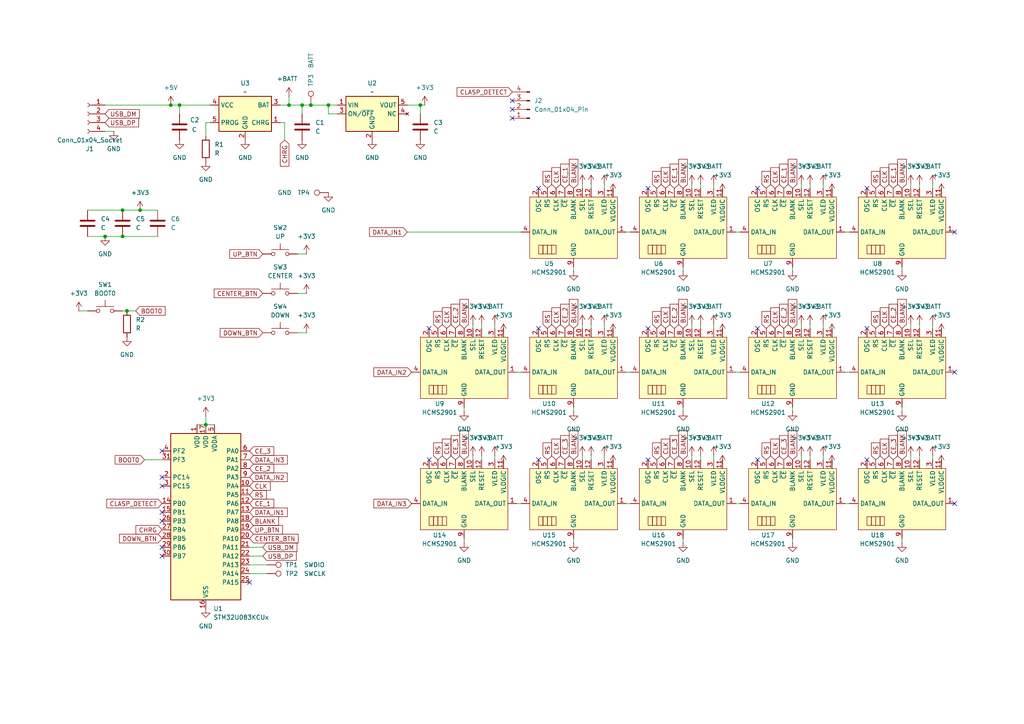
<source format=kicad_sch>
(kicad_sch (version 20231120) (generator "eeschema") (generator_version "8.0")
  (paper "A4")
  (junction (at 36.83 90.17))
  (junction (at 49.53 30.48))
  (junction (at 35.56 60.96))
  (junction (at 95.25 30.48))
  (junction (at 121.92 30.48))
  (junction (at 30.48 68.58))
  (junction (at 40.64 60.96))
  (junction (at 52.07 30.48))
  (junction (at 59.69 123.19))
  (junction (at 35.56 68.58))
  (junction (at 90.17 30.48))
  (junction (at 83.82 30.48))
  (junction (at 87.63 30.48))
  (no_connect (at 276.86 146.05))
  (no_connect (at 148.59 31.75))
  (no_connect (at 156.21 54.61))
  (no_connect (at 276.86 67.31))
  (no_connect (at 187.96 54.61))
  (no_connect (at 219.71 95.25))
  (no_connect (at 46.99 151.13))
  (no_connect (at 46.99 140.97))
  (no_connect (at 251.46 133.35))
  (no_connect (at 156.21 95.25))
  (no_connect (at 46.99 130.81))
  (no_connect (at 148.59 34.29))
  (no_connect (at 276.86 107.95))
  (no_connect (at 46.99 148.59))
  (no_connect (at 251.46 95.25))
  (no_connect (at 124.46 133.35))
  (no_connect (at 187.96 95.25))
  (no_connect (at 148.59 29.21))
  (no_connect (at 219.71 133.35))
  (no_connect (at 251.46 54.61))
  (no_connect (at 219.71 54.61))
  (no_connect (at 46.99 138.43))
  (no_connect (at 124.46 95.25))
  (no_connect (at 46.99 158.75))
  (no_connect (at 46.99 161.29))
  (no_connect (at 187.96 133.35))
  (no_connect (at 72.39 168.91))
  (no_connect (at 156.21 133.35))
  (wire (pts (xy 181.61 107.95) (xy 182.88 107.95)))
  (wire (pts (xy 229.87 78.74) (xy 229.87 77.47)))
  (wire (pts (xy 232.41 132.08) (xy 232.41 133.35)))
  (wire (pts (xy 40.64 60.96) (xy 45.72 60.96)))
  (wire (pts (xy 123.19 30.48) (xy 121.92 30.48)))
  (wire (pts (xy 87.63 33.02) (xy 87.63 30.48)))
  (wire (pts (xy 88.9 96.52) (xy 86.36 96.52)))
  (wire (pts (xy 82.55 35.56) (xy 82.55 40.64)))
  (wire (pts (xy 72.39 163.83) (xy 77.47 163.83)))
  (wire (pts (xy 245.11 107.95) (xy 246.38 107.95)))
  (wire (pts (xy 59.69 120.65) (xy 59.69 123.19)))
  (wire (pts (xy 171.45 93.98) (xy 171.45 95.25)))
  (wire (pts (xy 264.16 93.98) (xy 264.16 95.25)))
  (wire (pts (xy 25.4 60.96) (xy 35.56 60.96)))
  (wire (pts (xy 143.51 93.98) (xy 143.51 95.25)))
  (wire (pts (xy 270.51 132.08) (xy 270.51 133.35)))
  (wire (pts (xy 30.48 30.48) (xy 49.53 30.48)))
  (wire (pts (xy 238.76 93.98) (xy 238.76 95.25)))
  (wire (pts (xy 166.37 78.74) (xy 166.37 77.47)))
  (wire (pts (xy 232.41 93.98) (xy 232.41 95.25)))
  (wire (pts (xy 168.91 93.98) (xy 168.91 95.25)))
  (wire (pts (xy 88.9 85.09) (xy 86.36 85.09)))
  (wire (pts (xy 175.26 132.08) (xy 175.26 133.35)))
  (wire (pts (xy 88.9 73.66) (xy 86.36 73.66)))
  (wire (pts (xy 146.05 96.52) (xy 146.05 95.25)))
  (wire (pts (xy 146.05 134.62) (xy 146.05 133.35)))
  (wire (pts (xy 72.39 166.37) (xy 77.47 166.37)))
  (wire (pts (xy 36.83 90.17) (xy 35.56 90.17)))
  (wire (pts (xy 232.41 53.34) (xy 232.41 54.61)))
  (wire (pts (xy 177.8 134.62) (xy 177.8 133.35)))
  (wire (pts (xy 52.07 30.48) (xy 52.07 33.02)))
  (wire (pts (xy 200.66 93.98) (xy 200.66 95.25)))
  (wire (pts (xy 95.25 30.48) (xy 97.79 30.48)))
  (wire (pts (xy 234.95 132.08) (xy 234.95 133.35)))
  (wire (pts (xy 266.7 93.98) (xy 266.7 95.25)))
  (wire (pts (xy 76.2 158.75) (xy 72.39 158.75)))
  (wire (pts (xy 59.69 35.56) (xy 59.69 39.37)))
  (wire (pts (xy 52.07 30.48) (xy 60.96 30.48)))
  (wire (pts (xy 261.62 78.74) (xy 261.62 77.47)))
  (wire (pts (xy 166.37 119.38) (xy 166.37 118.11)))
  (wire (pts (xy 181.61 146.05) (xy 182.88 146.05)))
  (wire (pts (xy 264.16 132.08) (xy 264.16 133.35)))
  (wire (pts (xy 273.05 134.62) (xy 273.05 133.35)))
  (wire (pts (xy 87.63 30.48) (xy 90.17 30.48)))
  (wire (pts (xy 198.12 119.38) (xy 198.12 118.11)))
  (wire (pts (xy 200.66 132.08) (xy 200.66 133.35)))
  (wire (pts (xy 234.95 93.98) (xy 234.95 95.25)))
  (wire (pts (xy 39.37 90.17) (xy 36.83 90.17)))
  (wire (pts (xy 207.01 53.34) (xy 207.01 54.61)))
  (wire (pts (xy 245.11 146.05) (xy 246.38 146.05)))
  (wire (pts (xy 241.3 55.88) (xy 241.3 54.61)))
  (wire (pts (xy 266.7 53.34) (xy 266.7 54.61)))
  (wire (pts (xy 207.01 93.98) (xy 207.01 95.25)))
  (wire (pts (xy 35.56 68.58) (xy 45.72 68.58)))
  (wire (pts (xy 81.28 35.56) (xy 82.55 35.56)))
  (wire (pts (xy 30.48 68.58) (xy 35.56 68.58)))
  (wire (pts (xy 168.91 132.08) (xy 168.91 133.35)))
  (wire (pts (xy 209.55 96.52) (xy 209.55 95.25)))
  (wire (pts (xy 149.86 107.95) (xy 151.13 107.95)))
  (wire (pts (xy 83.82 30.48) (xy 87.63 30.48)))
  (wire (pts (xy 270.51 53.34) (xy 270.51 54.61)))
  (wire (pts (xy 59.69 123.19) (xy 62.23 123.19)))
  (wire (pts (xy 234.95 53.34) (xy 234.95 54.61)))
  (wire (pts (xy 213.36 67.31) (xy 214.63 67.31)))
  (wire (pts (xy 238.76 132.08) (xy 238.76 133.35)))
  (wire (pts (xy 207.01 132.08) (xy 207.01 133.35)))
  (wire (pts (xy 171.45 132.08) (xy 171.45 133.35)))
  (wire (pts (xy 181.61 67.31) (xy 182.88 67.31)))
  (wire (pts (xy 25.4 68.58) (xy 30.48 68.58)))
  (wire (pts (xy 241.3 96.52) (xy 241.3 95.25)))
  (wire (pts (xy 143.51 132.08) (xy 143.51 133.35)))
  (wire (pts (xy 203.2 132.08) (xy 203.2 133.35)))
  (wire (pts (xy 41.91 133.35) (xy 46.99 133.35)))
  (wire (pts (xy 245.11 67.31) (xy 246.38 67.31)))
  (wire (pts (xy 83.82 27.94) (xy 83.82 30.48)))
  (wire (pts (xy 270.51 93.98) (xy 270.51 95.25)))
  (wire (pts (xy 229.87 119.38) (xy 229.87 118.11)))
  (wire (pts (xy 266.7 132.08) (xy 266.7 133.35)))
  (wire (pts (xy 118.11 67.31) (xy 151.13 67.31)))
  (wire (pts (xy 200.66 53.34) (xy 200.66 54.61)))
  (wire (pts (xy 261.62 157.48) (xy 261.62 156.21)))
  (wire (pts (xy 203.2 93.98) (xy 203.2 95.25)))
  (wire (pts (xy 261.62 119.38) (xy 261.62 118.11)))
  (wire (pts (xy 241.3 134.62) (xy 241.3 133.35)))
  (wire (pts (xy 213.36 146.05) (xy 214.63 146.05)))
  (wire (pts (xy 229.87 157.48) (xy 229.87 156.21)))
  (wire (pts (xy 139.7 132.08) (xy 139.7 133.35)))
  (wire (pts (xy 22.86 90.17) (xy 25.4 90.17)))
  (wire (pts (xy 175.26 53.34) (xy 175.26 54.61)))
  (wire (pts (xy 72.39 161.29) (xy 76.2 161.29)))
  (wire (pts (xy 121.92 30.48) (xy 121.92 33.02)))
  (wire (pts (xy 35.56 60.96) (xy 40.64 60.96)))
  (wire (pts (xy 273.05 96.52) (xy 273.05 95.25)))
  (wire (pts (xy 177.8 96.52) (xy 177.8 95.25)))
  (wire (pts (xy 139.7 93.98) (xy 139.7 95.25)))
  (wire (pts (xy 134.62 157.48) (xy 134.62 156.21)))
  (wire (pts (xy 166.37 157.48) (xy 166.37 156.21)))
  (wire (pts (xy 203.2 53.34) (xy 203.2 54.61)))
  (wire (pts (xy 57.15 123.19) (xy 59.69 123.19)))
  (wire (pts (xy 177.8 55.88) (xy 177.8 54.61)))
  (wire (pts (xy 238.76 53.34) (xy 238.76 54.61)))
  (wire (pts (xy 95.25 33.02) (xy 95.25 30.48)))
  (wire (pts (xy 121.92 30.48) (xy 118.11 30.48)))
  (wire (pts (xy 209.55 134.62) (xy 209.55 133.35)))
  (wire (pts (xy 168.91 53.34) (xy 168.91 54.61)))
  (wire (pts (xy 60.96 35.56) (xy 59.69 35.56)))
  (wire (pts (xy 49.53 30.48) (xy 52.07 30.48)))
  (wire (pts (xy 171.45 53.34) (xy 171.45 54.61)))
  (wire (pts (xy 137.16 93.98) (xy 137.16 95.25)))
  (wire (pts (xy 273.05 55.88) (xy 273.05 54.61)))
  (wire (pts (xy 209.55 55.88) (xy 209.55 54.61)))
  (wire (pts (xy 134.62 119.38) (xy 134.62 118.11)))
  (wire (pts (xy 213.36 107.95) (xy 214.63 107.95)))
  (wire (pts (xy 175.26 93.98) (xy 175.26 95.25)))
  (wire (pts (xy 264.16 53.34) (xy 264.16 54.61)))
  (wire (pts (xy 198.12 157.48) (xy 198.12 156.21)))
  (wire (pts (xy 81.28 30.48) (xy 83.82 30.48)))
  (wire (pts (xy 137.16 132.08) (xy 137.16 133.35)))
  (wire (pts (xy 149.86 146.05) (xy 151.13 146.05)))
  (wire (pts (xy 90.17 30.48) (xy 95.25 30.48)))
  (wire (pts (xy 198.12 78.74) (xy 198.12 77.47)))
  (wire (pts (xy 30.48 38.1) (xy 33.02 38.1)))
  (wire (pts (xy 97.79 33.02) (xy 95.25 33.02)))
  (global_label "BLANK" (shape input) (at 72.39 151.13 0) (property "Intersheetrefs" "${INTERSHEET_REFS}" (effects (hide yes))))
  (global_label "BOOT0" (shape input) (at 41.91 133.35 180) (property "Intersheetrefs" "${INTERSHEET_REFS}" (effects (hide yes))))
  (global_label "CLK" (shape input) (at 224.79 133.35 90) (property "Intersheetrefs" "${INTERSHEET_REFS}" (effects (hide yes))))
  (global_label "CHRG" (shape input) (at 82.55 40.64 270) (property "Intersheetrefs" "${INTERSHEET_REFS}" (effects (hide yes))))
  (global_label "CE_1" (shape input) (at 227.33 54.61 90) (property "Intersheetrefs" "${INTERSHEET_REFS}" (effects (hide yes))))
  (global_label "RS" (shape input) (at 158.75 54.61 90) (property "Intersheetrefs" "${INTERSHEET_REFS}" (effects (hide yes))))
  (global_label "CE_3" (shape input) (at 195.58 133.35 90) (property "Intersheetrefs" "${INTERSHEET_REFS}" (effects (hide yes))))
  (global_label "CLK" (shape input) (at 256.54 54.61 90) (property "Intersheetrefs" "${INTERSHEET_REFS}" (effects (hide yes))))
  (global_label "BLANK" (shape input) (at 261.62 54.61 90) (property "Intersheetrefs" "${INTERSHEET_REFS}" (effects (hide yes))))
  (global_label "CLK" (shape input) (at 256.54 133.35 90) (property "Intersheetrefs" "${INTERSHEET_REFS}" (effects (hide yes))))
  (global_label "CLK" (shape input) (at 224.79 95.25 90) (property "Intersheetrefs" "${INTERSHEET_REFS}" (effects (hide yes))))
  (global_label "CE_3" (shape input) (at 72.39 130.81 0) (property "Intersheetrefs" "${INTERSHEET_REFS}" (effects (hide yes))))
  (global_label "BLANK" (shape input) (at 134.62 133.35 90) (property "Intersheetrefs" "${INTERSHEET_REFS}" (effects (hide yes))))
  (global_label "RS" (shape input) (at 254 54.61 90) (property "Intersheetrefs" "${INTERSHEET_REFS}" (effects (hide yes))))
  (global_label "CLK" (shape input) (at 193.04 133.35 90) (property "Intersheetrefs" "${INTERSHEET_REFS}" (effects (hide yes))))
  (global_label "BLANK" (shape input) (at 166.37 54.61 90) (property "Intersheetrefs" "${INTERSHEET_REFS}" (effects (hide yes))))
  (global_label "CLK" (shape input) (at 161.29 54.61 90) (property "Intersheetrefs" "${INTERSHEET_REFS}" (effects (hide yes))))
  (global_label "CE_3" (shape input) (at 227.33 133.35 90) (property "Intersheetrefs" "${INTERSHEET_REFS}" (effects (hide yes))))
  (global_label "CE_2" (shape input) (at 259.08 95.25 90) (property "Intersheetrefs" "${INTERSHEET_REFS}" (effects (hide yes))))
  (global_label "CLK" (shape input) (at 193.04 54.61 90) (property "Intersheetrefs" "${INTERSHEET_REFS}" (effects (hide yes))))
  (global_label "USB_DM" (shape input) (at 30.48 33.02 0) (property "Intersheetrefs" "${INTERSHEET_REFS}" (effects (hide yes))))
  (global_label "BLANK" (shape input) (at 229.87 54.61 90) (property "Intersheetrefs" "${INTERSHEET_REFS}" (effects (hide yes))))
  (global_label "BLANK" (shape input) (at 198.12 133.35 90) (property "Intersheetrefs" "${INTERSHEET_REFS}" (effects (hide yes))))
  (global_label "RS" (shape input) (at 72.39 143.51 0) (property "Intersheetrefs" "${INTERSHEET_REFS}" (effects (hide yes))))
  (global_label "DATA_IN1" (shape input) (at 118.11 67.31 180) (property "Intersheetrefs" "${INTERSHEET_REFS}" (effects (hide yes))))
  (global_label "DATA_IN2" (shape input) (at 119.38 107.95 180) (property "Intersheetrefs" "${INTERSHEET_REFS}" (effects (hide yes))))
  (global_label "DATA_IN3" (shape input) (at 72.39 133.35 0) (property "Intersheetrefs" "${INTERSHEET_REFS}" (effects (hide yes))))
  (global_label "CLK" (shape input) (at 161.29 133.35 90) (property "Intersheetrefs" "${INTERSHEET_REFS}" (effects (hide yes))))
  (global_label "BLANK" (shape input) (at 134.62 95.25 90) (property "Intersheetrefs" "${INTERSHEET_REFS}" (effects (hide yes))))
  (global_label "BLANK" (shape input) (at 198.12 54.61 90) (property "Intersheetrefs" "${INTERSHEET_REFS}" (effects (hide yes))))
  (global_label "DATA_IN3" (shape input) (at 119.38 146.05 180) (property "Intersheetrefs" "${INTERSHEET_REFS}" (effects (hide yes))))
  (global_label "BLANK" (shape input) (at 166.37 95.25 90) (property "Intersheetrefs" "${INTERSHEET_REFS}" (effects (hide yes))))
  (global_label "CHRG" (shape input) (at 46.99 153.67 180) (property "Intersheetrefs" "${INTERSHEET_REFS}" (effects (hide yes))))
  (global_label "CLK" (shape input) (at 256.54 95.25 90) (property "Intersheetrefs" "${INTERSHEET_REFS}" (effects (hide yes))))
  (global_label "CE_1" (shape input) (at 195.58 54.61 90) (property "Intersheetrefs" "${INTERSHEET_REFS}" (effects (hide yes))))
  (global_label "UP_BTN" (shape input) (at 76.2 73.66 180) (property "Intersheetrefs" "${INTERSHEET_REFS}" (effects (hide yes))))
  (global_label "UP_BTN" (shape input) (at 72.39 153.67 0) (property "Intersheetrefs" "${INTERSHEET_REFS}" (effects (hide yes))))
  (global_label "USB_DP" (shape input) (at 30.48 35.56 0) (property "Intersheetrefs" "${INTERSHEET_REFS}" (effects (hide yes))))
  (global_label "CE_1" (shape input) (at 72.39 146.05 0) (property "Intersheetrefs" "${INTERSHEET_REFS}" (effects (hide yes))))
  (global_label "RS" (shape input) (at 222.25 54.61 90) (property "Intersheetrefs" "${INTERSHEET_REFS}" (effects (hide yes))))
  (global_label "RS" (shape input) (at 190.5 54.61 90) (property "Intersheetrefs" "${INTERSHEET_REFS}" (effects (hide yes))))
  (global_label "RS" (shape input) (at 254 95.25 90) (property "Intersheetrefs" "${INTERSHEET_REFS}" (effects (hide yes))))
  (global_label "CE_2" (shape input) (at 195.58 95.25 90) (property "Intersheetrefs" "${INTERSHEET_REFS}" (effects (hide yes))))
  (global_label "BLANK" (shape input) (at 229.87 133.35 90) (property "Intersheetrefs" "${INTERSHEET_REFS}" (effects (hide yes))))
  (global_label "CLK" (shape input) (at 224.79 54.61 90) (property "Intersheetrefs" "${INTERSHEET_REFS}" (effects (hide yes))))
  (global_label "RS" (shape input) (at 127 95.25 90) (property "Intersheetrefs" "${INTERSHEET_REFS}" (effects (hide yes))))
  (global_label "CLK" (shape input) (at 161.29 95.25 90) (property "Intersheetrefs" "${INTERSHEET_REFS}" (effects (hide yes))))
  (global_label "CE_1" (shape input) (at 259.08 54.61 90) (property "Intersheetrefs" "${INTERSHEET_REFS}" (effects (hide yes))))
  (global_label "DATA_IN2" (shape input) (at 72.39 138.43 0) (property "Intersheetrefs" "${INTERSHEET_REFS}" (effects (hide yes))))
  (global_label "CE_2" (shape input) (at 163.83 95.25 90) (property "Intersheetrefs" "${INTERSHEET_REFS}" (effects (hide yes))))
  (global_label "CLASP_DETECT" (shape input) (at 46.99 146.05 180) (property "Intersheetrefs" "${INTERSHEET_REFS}" (effects (hide yes))))
  (global_label "BLANK" (shape input) (at 198.12 95.25 90) (property "Intersheetrefs" "${INTERSHEET_REFS}" (effects (hide yes))))
  (global_label "RS" (shape input) (at 222.25 133.35 90) (property "Intersheetrefs" "${INTERSHEET_REFS}" (effects (hide yes))))
  (global_label "RS" (shape input) (at 190.5 133.35 90) (property "Intersheetrefs" "${INTERSHEET_REFS}" (effects (hide yes))))
  (global_label "CLK" (shape input) (at 129.54 95.25 90) (property "Intersheetrefs" "${INTERSHEET_REFS}" (effects (hide yes))))
  (global_label "BLANK" (shape input) (at 261.62 95.25 90) (property "Intersheetrefs" "${INTERSHEET_REFS}" (effects (hide yes))))
  (global_label "BLANK" (shape input) (at 166.37 133.35 90) (property "Intersheetrefs" "${INTERSHEET_REFS}" (effects (hide yes))))
  (global_label "RS" (shape input) (at 222.25 95.25 90) (property "Intersheetrefs" "${INTERSHEET_REFS}" (effects (hide yes))))
  (global_label "CE_1" (shape input) (at 163.83 54.61 90) (property "Intersheetrefs" "${INTERSHEET_REFS}" (effects (hide yes))))
  (global_label "USB_DP" (shape input) (at 76.2 161.29 0) (property "Intersheetrefs" "${INTERSHEET_REFS}" (effects (hide yes))))
  (global_label "USB_DM" (shape input) (at 76.2 158.75 0) (property "Intersheetrefs" "${INTERSHEET_REFS}" (effects (hide yes))))
  (global_label "CLK" (shape input) (at 129.54 133.35 90) (property "Intersheetrefs" "${INTERSHEET_REFS}" (effects (hide yes))))
  (global_label "BOOT0" (shape input) (at 39.37 90.17 0) (property "Intersheetrefs" "${INTERSHEET_REFS}" (effects (hide yes))))
  (global_label "RS" (shape input) (at 190.5 95.25 90) (property "Intersheetrefs" "${INTERSHEET_REFS}" (effects (hide yes))))
  (global_label "RS" (shape input) (at 254 133.35 90) (property "Intersheetrefs" "${INTERSHEET_REFS}" (effects (hide yes))))
  (global_label "CE_2" (shape input) (at 227.33 95.25 90) (property "Intersheetrefs" "${INTERSHEET_REFS}" (effects (hide yes))))
  (global_label "RS" (shape input) (at 158.75 133.35 90) (property "Intersheetrefs" "${INTERSHEET_REFS}" (effects (hide yes))))
  (global_label "BLANK" (shape input) (at 229.87 95.25 90) (property "Intersheetrefs" "${INTERSHEET_REFS}" (effects (hide yes))))
  (global_label "DOWN_BTN" (shape input) (at 46.99 156.21 180) (property "Intersheetrefs" "${INTERSHEET_REFS}" (effects (hide yes))))
  (global_label "CE_3" (shape input) (at 163.83 133.35 90) (property "Intersheetrefs" "${INTERSHEET_REFS}" (effects (hide yes))))
  (global_label "BLANK" (shape input) (at 261.62 133.35 90) (property "Intersheetrefs" "${INTERSHEET_REFS}" (effects (hide yes))))
  (global_label "CLK" (shape input) (at 193.04 95.25 90) (property "Intersheetrefs" "${INTERSHEET_REFS}" (effects (hide yes))))
  (global_label "CE_3" (shape input) (at 132.08 133.35 90) (property "Intersheetrefs" "${INTERSHEET_REFS}" (effects (hide yes))))
  (global_label "RS" (shape input) (at 127 133.35 90) (property "Intersheetrefs" "${INTERSHEET_REFS}" (effects (hide yes))))
  (global_label "DATA_IN1" (shape input) (at 72.39 148.59 0) (property "Intersheetrefs" "${INTERSHEET_REFS}" (effects (hide yes))))
  (global_label "CLK" (shape input) (at 72.39 140.97 0) (property "Intersheetrefs" "${INTERSHEET_REFS}" (effects (hide yes))))
  (global_label "CLASP_DETECT" (shape input) (at 148.59 26.67 180) (property "Intersheetrefs" "${INTERSHEET_REFS}" (effects (hide yes))))
  (global_label "CE_3" (shape input) (at 259.08 133.35 90) (property "Intersheetrefs" "${INTERSHEET_REFS}" (effects (hide yes))))
  (global_label "DOWN_BTN" (shape input) (at 76.2 96.52 180) (property "Intersheetrefs" "${INTERSHEET_REFS}" (effects (hide yes))))
  (global_label "RS" (shape input) (at 158.75 95.25 90) (property "Intersheetrefs" "${INTERSHEET_REFS}" (effects (hide yes))))
  (global_label "CENTER_BTN" (shape input) (at 72.39 156.21 0) (property "Intersheetrefs" "${INTERSHEET_REFS}" (effects (hide yes))))
  (global_label "CE_2" (shape input) (at 72.39 135.89 0) (property "Intersheetrefs" "${INTERSHEET_REFS}" (effects (hide yes))))
  (global_label "CE_2" (shape input) (at 132.08 95.25 90) (property "Intersheetrefs" "${INTERSHEET_REFS}" (effects (hide yes))))
  (global_label "CENTER_BTN" (shape input) (at 76.2 85.09 180) (property "Intersheetrefs" "${INTERSHEET_REFS}" (effects (hide yes))))
  (symbol (lib_id "power:GND") (at 229.87 78.74 0) (unit 1)
    (property "Reference" "#PWR032" (effects (hide yes)))
    (property "Value" "GND" (at 229.87 83.82 0))
    (property "Description" "Power symbol creates a global label with name \"GND\" , ground" (effects (hide yes)))
  )
  (symbol (lib_id "power:+3V3") (at 139.7 93.98 0) (unit 1)
    (property "Reference" "#PWR079" (effects (hide yes)))
    (property "Value" "+3V3" (at 139.7 88.9 0))
    (property "Description" "Power symbol creates a global label with name \"+3V3\"" (effects (hide yes)))
  )
  (symbol (lib_id "power:+3V3") (at 200.66 53.34 0) (unit 1)
    (property "Reference" "#PWR036" (effects (hide yes)))
    (property "Value" "+3V3" (at 200.66 48.26 0))
    (property "Description" "Power symbol creates a global label with name \"+3V3\"" (effects (hide yes)))
  )
  (symbol (lib_id "power:+3V3") (at 146.05 134.62 0) (unit 1)
    (property "Reference" "#PWR062" (effects (hide yes)))
    (property "Value" "+3V3" (at 146.05 129.54 0))
    (property "Description" "Power symbol creates a global label with name \"+3V3\"" (effects (hide yes)))
  )
  (symbol (lib_id "power:+3V3") (at 171.45 93.98 0) (unit 1)
    (property "Reference" "#PWR080" (effects (hide yes)))
    (property "Value" "+3V3" (at 171.45 88.9 0))
    (property "Description" "Power symbol creates a global label with name \"+3V3\"" (effects (hide yes)))
  )
  (symbol (lib_id "power:+3V3") (at 137.16 93.98 0) (unit 1)
    (property "Reference" "#PWR040" (effects (hide yes)))
    (property "Value" "+3V3" (at 137.16 88.9 0))
    (property "Description" "Power symbol creates a global label with name \"+3V3\"" (effects (hide yes)))
  )
  (symbol (lib_id "Connector:Conn_01x04_Socket") (at 25.4 33.02 0) (mirror y) (unit 1)
    (property "Reference" "J1" (at 26.035 43.18 0))
    (property "Value" "Conn_01x04_Socket" (at 26.035 40.64 0))
    (property "Footprint" "custom:SMD_2.54_1x04_LONG" (effects (hide yes)))
    (property "Description" "Generic connector, single row, 01x04, script generated" (effects (hide yes)))
  )
  (symbol (lib_id "power:GND") (at 261.62 78.74 0) (unit 1)
    (property "Reference" "#PWR033" (effects (hide yes)))
    (property "Value" "GND" (at 261.62 83.82 0))
    (property "Description" "Power symbol creates a global label with name \"GND\" , ground" (effects (hide yes)))
  )
  (symbol (lib_id "power:+3V3") (at 273.05 96.52 0) (unit 1)
    (property "Reference" "#PWR058" (effects (hide yes)))
    (property "Value" "+3V3" (at 273.05 91.44 0))
    (property "Description" "Power symbol creates a global label with name \"+3V3\"" (effects (hide yes)))
  )
  (symbol (lib_id "Switch:SW_Push") (at 30.48 90.17 0) (unit 1)
    (property "Reference" "SW1" (at 30.48 82.55 0))
    (property "Value" "BOOT0" (at 30.48 85.09 0))
    (property "Footprint" "custom:PTS636" (effects (hide yes)))
    (property "Description" "Push button switch, generic, two pins" (effects (hide yes)))
  )
  (symbol (lib_id "power:+3V3") (at 234.95 93.98 0) (unit 1)
    (property "Reference" "#PWR087" (effects (hide yes)))
    (property "Value" "+3V3" (at 234.95 88.9 0))
    (property "Description" "Power symbol creates a global label with name \"+3V3\"" (effects (hide yes)))
  )
  (symbol (lib_id "Switch:SW_Push") (at 81.28 96.52 0) (unit 1)
    (property "Reference" "SW4" (at 81.28 88.9 0))
    (property "Value" "DOWN" (at 81.28 91.44 0))
    (property "Footprint" "custom:PTS636" (effects (hide yes)))
    (property "Description" "Push button switch, generic, two pins" (effects (hide yes)))
  )
  (symbol (lib_id "power:+3V3") (at 139.7 132.08 0) (unit 1)
    (property "Reference" "#PWR089" (effects (hide yes)))
    (property "Value" "+3V3" (at 139.7 127 0))
    (property "Description" "Power symbol creates a global label with name \"+3V3\"" (effects (hide yes)))
  )
  (symbol (lib_id "power:+3V3") (at 266.7 132.08 0) (unit 1)
    (property "Reference" "#PWR093" (effects (hide yes)))
    (property "Value" "+3V3" (at 266.7 127 0))
    (property "Description" "Power symbol creates a global label with name \"+3V3\"" (effects (hide yes)))
  )
  (symbol (lib_id "custom:HCMS-2901") (at 248.92 153.67 0) (unit 1)
    (property "Reference" "U18" (at 254.508 155.194 0))
    (property "Value" "HCMS2901" (at 254.508 157.734 0))
    (property "Footprint" "custom:HCMS2901_SMD" (effects (hide yes)))
  )
  (symbol (lib_id "power:+BATT") (at 207.01 93.98 0) (unit 1)
    (property "Reference" "#PWR049" (effects (hide yes)))
    (property "Value" "+BATT" (at 206.502 88.9 0))
    (property "Description" "Power symbol creates a global label with name \"+BATT\"" (effects (hide yes)))
  )
  (symbol (lib_id "power:+BATT") (at 175.26 53.34 0) (unit 1)
    (property "Reference" "#PWR020" (effects (hide yes)))
    (property "Value" "+BATT" (at 174.752 48.26 0))
    (property "Description" "Power symbol creates a global label with name \"+BATT\"" (effects (hide yes)))
  )
  (symbol (lib_id "power:GND") (at 71.12 40.64 0) (unit 1)
    (property "Reference" "#PWR02" (effects (hide yes)))
    (property "Value" "GND" (at 71.12 45.72 0))
    (property "Description" "Power symbol creates a global label with name \"GND\" , ground" (effects (hide yes)))
  )
  (symbol (lib_id "power:+3V3") (at 177.8 96.52 0) (unit 1)
    (property "Reference" "#PWR046" (effects (hide yes)))
    (property "Value" "+3V3" (at 177.8 91.44 0))
    (property "Description" "Power symbol creates a global label with name \"+3V3\"" (effects (hide yes)))
  )
  (symbol (lib_id "power:+3V3") (at 146.05 96.52 0) (unit 1)
    (property "Reference" "#PWR042" (effects (hide yes)))
    (property "Value" "+3V3" (at 146.05 91.44 0))
    (property "Description" "Power symbol creates a global label with name \"+3V3\"" (effects (hide yes)))
  )
  (symbol (lib_id "custom:HCMS-2901") (at 248.92 74.93 0) (unit 1)
    (property "Reference" "U8" (at 254.508 76.454 0))
    (property "Value" "HCMS2901" (at 254.508 78.994 0))
    (property "Footprint" "custom:HCMS2901_SMD" (effects (hide yes)))
  )
  (symbol (lib_id "Device:R") (at 59.69 43.18 0) (unit 1)
    (property "Reference" "R1" (at 62.23 41.9099 0) (effects (justify left)))
    (property "Value" "R" (at 62.23 44.4499 0) (effects (justify left)))
    (property "Footprint" "Resistor_SMD:R_0402_1005Metric" (effects (hide yes)))
    (property "Description" "Resistor" (effects (hide yes)))
  )
  (symbol (lib_id "power:+3V3") (at 40.64 60.96 0) (unit 1)
    (property "Reference" "#PWR011" (effects (hide yes)))
    (property "Value" "+3V3" (at 40.64 55.88 0))
    (property "Description" "Power symbol creates a global label with name \"+3V3\"" (effects (hide yes)))
  )
  (symbol (lib_id "power:GND") (at 59.69 46.99 0) (unit 1)
    (property "Reference" "#PWR013" (effects (hide yes)))
    (property "Value" "GND" (at 59.69 52.07 0))
    (property "Description" "Power symbol creates a global label with name \"GND\" , ground" (effects (hide yes)))
  )
  (symbol (lib_id "power:+3V3") (at 266.7 93.98 0) (unit 1)
    (property "Reference" "#PWR086" (effects (hide yes)))
    (property "Value" "+3V3" (at 266.7 88.9 0))
    (property "Description" "Power symbol creates a global label with name \"+3V3\"" (effects (hide yes)))
  )
  (symbol (lib_id "power:+3V3") (at 264.16 132.08 0) (unit 1)
    (property "Reference" "#PWR076" (effects (hide yes)))
    (property "Value" "+3V3" (at 264.16 127 0))
    (property "Description" "Power symbol creates a global label with name \"+3V3\"" (effects (hide yes)))
  )
  (symbol (lib_id "Connector:TestPoint") (at 90.17 30.48 0) (unit 1)
    (property "Reference" "TP3" (at 90.1699 25.146 90) (effects (justify left)))
    (property "Value" "BATT" (at 90.17 19.812 90) (effects (justify left)))
    (property "Footprint" "TestPoint:TestPoint_Pad_D1.5mm" (effects (hide yes)))
    (property "Description" "test point" (effects (hide yes)))
  )
  (symbol (lib_id "power:+3V3") (at 264.16 53.34 0) (unit 1)
    (property "Reference" "#PWR038" (effects (hide yes)))
    (property "Value" "+3V3" (at 264.16 48.26 0))
    (property "Description" "Power symbol creates a global label with name \"+3V3\"" (effects (hide yes)))
  )
  (symbol (lib_id "power:+3V3") (at 264.16 93.98 0) (unit 1)
    (property "Reference" "#PWR056" (effects (hide yes)))
    (property "Value" "+3V3" (at 264.16 88.9 0))
    (property "Description" "Power symbol creates a global label with name \"+3V3\"" (effects (hide yes)))
  )
  (symbol (lib_id "power:+3V3") (at 88.9 85.09 0) (unit 1)
    (property "Reference" "#PWR017" (effects (hide yes)))
    (property "Value" "+3V3" (at 88.9 80.01 0))
    (property "Description" "Power symbol creates a global label with name \"+3V3\"" (effects (hide yes)))
  )
  (symbol (lib_id "power:+3V3") (at 203.2 132.08 0) (unit 1)
    (property "Reference" "#PWR091" (effects (hide yes)))
    (property "Value" "+3V3" (at 203.2 127 0))
    (property "Description" "Power symbol creates a global label with name \"+3V3\"" (effects (hide yes)))
  )
  (symbol (lib_id "power:+3V3") (at 232.41 93.98 0) (unit 1)
    (property "Reference" "#PWR052" (effects (hide yes)))
    (property "Value" "+3V3" (at 232.41 88.9 0))
    (property "Description" "Power symbol creates a global label with name \"+3V3\"" (effects (hide yes)))
  )
  (symbol (lib_id "power:+3V3") (at 168.91 53.34 0) (unit 1)
    (property "Reference" "#PWR035" (effects (hide yes)))
    (property "Value" "+3V3" (at 168.91 48.26 0))
    (property "Description" "Power symbol creates a global label with name \"+3V3\"" (effects (hide yes)))
  )
  (symbol (lib_id "power:GND") (at 166.37 119.38 0) (unit 1)
    (property "Reference" "#PWR043" (effects (hide yes)))
    (property "Value" "GND" (at 166.37 124.46 0))
    (property "Description" "Power symbol creates a global label with name \"GND\" , ground" (effects (hide yes)))
  )
  (symbol (lib_id "Device:C") (at 87.63 36.83 0) (unit 1)
    (property "Reference" "C1" (at 91.44 35.5599 0) (effects (justify left)))
    (property "Value" "C" (at 91.44 38.0999 0) (effects (justify left)))
    (property "Footprint" "Capacitor_SMD:C_0402_1005Metric" (effects (hide yes)))
    (property "Description" "Unpolarized capacitor" (effects (hide yes)))
  )
  (symbol (lib_id "power:+BATT") (at 175.26 93.98 0) (unit 1)
    (property "Reference" "#PWR045" (effects (hide yes)))
    (property "Value" "+BATT" (at 174.752 88.9 0))
    (property "Description" "Power symbol creates a global label with name \"+BATT\"" (effects (hide yes)))
  )
  (symbol (lib_id "custom:HCMS-2901") (at 153.67 153.67 0) (unit 1)
    (property "Reference" "U15" (at 159.258 155.194 0))
    (property "Value" "HCMS2901" (at 159.258 157.734 0))
    (property "Footprint" "custom:HCMS2901_SMD" (effects (hide yes)))
  )
  (symbol (lib_id "power:+BATT") (at 238.76 132.08 0) (unit 1)
    (property "Reference" "#PWR073" (effects (hide yes)))
    (property "Value" "+BATT" (at 238.252 127 0))
    (property "Description" "Power symbol creates a global label with name \"+BATT\"" (effects (hide yes)))
  )
  (symbol (lib_id "power:+3V3") (at 203.2 93.98 0) (unit 1)
    (property "Reference" "#PWR088" (effects (hide yes)))
    (property "Value" "+3V3" (at 203.2 88.9 0))
    (property "Description" "Power symbol creates a global label with name \"+3V3\"" (effects (hide yes)))
  )
  (symbol (lib_id "custom:LP2980-CONST") (at 107.95 33.02 0) (unit 1)
    (property "Reference" "U2" (at 107.95 24.13 0))
    (property "Value" "~" (at 107.95 26.67 0))
    (property "Footprint" "Package_TO_SOT_SMD:SOT-23-5" (effects (hide yes)))
  )
  (symbol (lib_id "custom:HCMS-2901") (at 217.17 74.93 0) (unit 1)
    (property "Reference" "U7" (at 222.758 76.454 0))
    (property "Value" "HCMS2901" (at 222.758 78.994 0))
    (property "Footprint" "custom:HCMS2901_SMD" (effects (hide yes)))
  )
  (symbol (lib_id "power:GND") (at 134.62 157.48 0) (unit 1)
    (property "Reference" "#PWR059" (effects (hide yes)))
    (property "Value" "GND" (at 134.62 162.56 0))
    (property "Description" "Power symbol creates a global label with name \"GND\" , ground" (effects (hide yes)))
  )
  (symbol (lib_id "power:+3V3") (at 209.55 55.88 0) (unit 1)
    (property "Reference" "#PWR026" (effects (hide yes)))
    (property "Value" "+3V3" (at 209.55 50.8 0))
    (property "Description" "Power symbol creates a global label with name \"+3V3\"" (effects (hide yes)))
  )
  (symbol (lib_id "power:+3V3") (at 22.86 90.17 0) (unit 1)
    (property "Reference" "#PWR015" (effects (hide yes)))
    (property "Value" "+3V3" (at 22.86 85.09 0))
    (property "Description" "Power symbol creates a global label with name \"+3V3\"" (effects (hide yes)))
  )
  (symbol (lib_id "power:+3V3") (at 241.3 55.88 0) (unit 1)
    (property "Reference" "#PWR027" (effects (hide yes)))
    (property "Value" "+3V3" (at 241.3 50.8 0))
    (property "Description" "Power symbol creates a global label with name \"+3V3\"" (effects (hide yes)))
  )
  (symbol (lib_id "power:+3V3") (at 177.8 55.88 0) (unit 1)
    (property "Reference" "#PWR025" (effects (hide yes)))
    (property "Value" "+3V3" (at 177.8 50.8 0))
    (property "Description" "Power symbol creates a global label with name \"+3V3\"" (effects (hide yes)))
  )
  (symbol (lib_id "Switch:SW_Push") (at 81.28 85.09 0) (unit 1)
    (property "Reference" "SW3" (at 81.28 77.47 0))
    (property "Value" "CENTER" (at 81.28 80.01 0))
    (property "Footprint" "custom:PTS636" (effects (hide yes)))
    (property "Description" "Push button switch, generic, two pins" (effects (hide yes)))
  )
  (symbol (lib_id "power:+3V3") (at 241.3 134.62 0) (unit 1)
    (property "Reference" "#PWR074" (effects (hide yes)))
    (property "Value" "+3V3" (at 241.3 129.54 0))
    (property "Description" "Power symbol creates a global label with name \"+3V3\"" (effects (hide yes)))
  )
  (symbol (lib_id "power:+3V3") (at 203.2 53.34 0) (unit 1)
    (property "Reference" "#PWR083" (effects (hide yes)))
    (property "Value" "+3V3" (at 203.2 48.26 0))
    (property "Description" "Power symbol creates a global label with name \"+3V3\"" (effects (hide yes)))
  )
  (symbol (lib_id "Connector:TestPoint") (at 77.47 163.83 270) (unit 1)
    (property "Reference" "TP1" (at 82.804 163.8299 90) (effects (justify left)))
    (property "Value" "SWDIO" (at 88.138 163.83 90) (effects (justify left)))
    (property "Footprint" "TestPoint:TestPoint_Pad_D1.5mm" (effects (hide yes)))
    (property "Description" "test point" (effects (hide yes)))
  )
  (symbol (lib_id "power:GND") (at 198.12 157.48 0) (unit 1)
    (property "Reference" "#PWR067" (effects (hide yes)))
    (property "Value" "GND" (at 198.12 162.56 0))
    (property "Description" "Power symbol creates a global label with name \"GND\" , ground" (effects (hide yes)))
  )
  (symbol (lib_id "power:+5V") (at 49.53 30.48 0) (unit 1)
    (property "Reference" "#PWR094" (effects (hide yes)))
    (property "Value" "+5V" (at 49.53 25.4 0))
    (property "Description" "Power symbol creates a global label with name \"+5V\"" (effects (hide yes)))
  )
  (symbol (lib_id "power:+3V3") (at 168.91 93.98 0) (unit 1)
    (property "Reference" "#PWR044" (effects (hide yes)))
    (property "Value" "+3V3" (at 168.91 88.9 0))
    (property "Description" "Power symbol creates a global label with name \"+3V3\"" (effects (hide yes)))
  )
  (symbol (lib_id "custom:HCMS-2901") (at 153.67 115.57 0) (unit 1)
    (property "Reference" "U10" (at 159.258 117.094 0))
    (property "Value" "HCMS2901" (at 159.258 119.634 0))
    (property "Footprint" "custom:HCMS2901_SMD" (effects (hide yes)))
  )
  (symbol (lib_id "Device:C") (at 35.56 64.77 0) (unit 1)
    (property "Reference" "C5" (at 39.37 63.4999 0) (effects (justify left)))
    (property "Value" "C" (at 39.37 66.0399 0) (effects (justify left)))
    (property "Footprint" "Capacitor_SMD:C_0402_1005Metric" (effects (hide yes)))
    (property "Description" "Unpolarized capacitor" (effects (hide yes)))
  )
  (symbol (lib_id "power:+3V3") (at 241.3 96.52 0) (unit 1)
    (property "Reference" "#PWR054" (effects (hide yes)))
    (property "Value" "+3V3" (at 241.3 91.44 0))
    (property "Description" "Power symbol creates a global label with name \"+3V3\"" (effects (hide yes)))
  )
  (symbol (lib_id "power:+BATT") (at 270.51 53.34 0) (unit 1)
    (property "Reference" "#PWR023" (effects (hide yes)))
    (property "Value" "+BATT" (at 270.002 48.26 0))
    (property "Description" "Power symbol creates a global label with name \"+BATT\"" (effects (hide yes)))
  )
  (symbol (lib_id "power:+BATT") (at 143.51 93.98 0) (unit 1)
    (property "Reference" "#PWR041" (effects (hide yes)))
    (property "Value" "+BATT" (at 143.002 88.9 0))
    (property "Description" "Power symbol creates a global label with name \"+BATT\"" (effects (hide yes)))
  )
  (symbol (lib_id "power:+BATT") (at 207.01 132.08 0) (unit 1)
    (property "Reference" "#PWR069" (effects (hide yes)))
    (property "Value" "+BATT" (at 206.502 127 0))
    (property "Description" "Power symbol creates a global label with name \"+BATT\"" (effects (hide yes)))
  )
  (symbol (lib_id "power:+3V3") (at 123.19 30.48 0) (unit 1)
    (property "Reference" "#PWR05" (effects (hide yes)))
    (property "Value" "+3V3" (at 123.19 25.4 0))
    (property "Description" "Power symbol creates a global label with name \"+3V3\"" (effects (hide yes)))
  )
  (symbol (lib_id "power:+3V3") (at 209.55 134.62 0) (unit 1)
    (property "Reference" "#PWR070" (effects (hide yes)))
    (property "Value" "+3V3" (at 209.55 129.54 0))
    (property "Description" "Power symbol creates a global label with name \"+3V3\"" (effects (hide yes)))
  )
  (symbol (lib_id "Connector:TestPoint") (at 77.47 166.37 270) (unit 1)
    (property "Reference" "TP2" (at 82.804 166.3699 90) (effects (justify left)))
    (property "Value" "SWCLK" (at 88.138 166.37 90) (effects (justify left)))
    (property "Footprint" "TestPoint:TestPoint_Pad_D1.5mm" (effects (hide yes)))
    (property "Description" "test point" (effects (hide yes)))
  )
  (symbol (lib_id "power:GND") (at 134.62 119.38 0) (unit 1)
    (property "Reference" "#PWR039" (effects (hide yes)))
    (property "Value" "GND" (at 134.62 124.46 0))
    (property "Description" "Power symbol creates a global label with name \"GND\" , ground" (effects (hide yes)))
  )
  (symbol (lib_id "Device:C") (at 25.4 64.77 0) (unit 1)
    (property "Reference" "C4" (at 29.21 63.4999 0) (effects (justify left)))
    (property "Value" "C" (at 29.21 66.0399 0) (effects (justify left)))
    (property "Footprint" "Capacitor_SMD:C_0402_1005Metric" (effects (hide yes)))
    (property "Description" "Unpolarized capacitor" (effects (hide yes)))
  )
  (symbol (lib_id "custom:HCMS-2901") (at 185.42 74.93 0) (unit 1)
    (property "Reference" "U6" (at 191.008 76.454 0))
    (property "Value" "HCMS2901" (at 191.008 78.994 0))
    (property "Footprint" "custom:HCMS2901_SMD" (effects (hide yes)))
  )
  (symbol (lib_id "custom:HCMS-2901") (at 185.42 115.57 0) (unit 1)
    (property "Reference" "U11" (at 191.008 117.094 0))
    (property "Value" "HCMS2901" (at 191.008 119.634 0))
    (property "Footprint" "custom:HCMS2901_SMD" (effects (hide yes)))
  )
  (symbol (lib_id "power:+3V3") (at 200.66 132.08 0) (unit 1)
    (property "Reference" "#PWR068" (effects (hide yes)))
    (property "Value" "+3V3" (at 200.66 127 0))
    (property "Description" "Power symbol creates a global label with name \"+3V3\"" (effects (hide yes)))
  )
  (symbol (lib_id "power:GND") (at 229.87 157.48 0) (unit 1)
    (property "Reference" "#PWR071" (effects (hide yes)))
    (property "Value" "GND" (at 229.87 162.56 0))
    (property "Description" "Power symbol creates a global label with name \"GND\" , ground" (effects (hide yes)))
  )
  (symbol (lib_id "power:+3V3") (at 273.05 55.88 0) (unit 1)
    (property "Reference" "#PWR028" (effects (hide yes)))
    (property "Value" "+3V3" (at 273.05 50.8 0))
    (property "Description" "Power symbol creates a global label with name \"+3V3\"" (effects (hide yes)))
  )
  (symbol (lib_id "Switch:SW_Push") (at 81.28 73.66 0) (unit 1)
    (property "Reference" "SW2" (at 81.28 66.04 0))
    (property "Value" "UP" (at 81.28 68.58 0))
    (property "Footprint" "custom:PTS636" (effects (hide yes)))
    (property "Description" "Push button switch, generic, two pins" (effects (hide yes)))
  )
  (symbol (lib_id "power:GND") (at 261.62 157.48 0) (unit 1)
    (property "Reference" "#PWR075" (effects (hide yes)))
    (property "Value" "GND" (at 261.62 162.56 0))
    (property "Description" "Power symbol creates a global label with name \"GND\" , ground" (effects (hide yes)))
  )
  (symbol (lib_id "power:+3V3") (at 177.8 134.62 0) (unit 1)
    (property "Reference" "#PWR066" (effects (hide yes)))
    (property "Value" "+3V3" (at 177.8 129.54 0))
    (property "Description" "Power symbol creates a global label with name \"+3V3\"" (effects (hide yes)))
  )
  (symbol (lib_id "power:+3V3") (at 266.7 53.34 0) (unit 1)
    (property "Reference" "#PWR085" (effects (hide yes)))
    (property "Value" "+3V3" (at 266.7 48.26 0))
    (property "Description" "Power symbol creates a global label with name \"+3V3\"" (effects (hide yes)))
  )
  (symbol (lib_id "power:+3V3") (at 88.9 96.52 0) (unit 1)
    (property "Reference" "#PWR018" (effects (hide yes)))
    (property "Value" "+3V3" (at 88.9 91.44 0))
    (property "Description" "Power symbol creates a global label with name \"+3V3\"" (effects (hide yes)))
  )
  (symbol (lib_id "power:GND") (at 107.95 40.64 0) (unit 1)
    (property "Reference" "#PWR03" (effects (hide yes)))
    (property "Value" "GND" (at 107.95 45.72 0))
    (property "Description" "Power symbol creates a global label with name \"GND\" , ground" (effects (hide yes)))
  )
  (symbol (lib_id "custom:STC4054") (at 71.12 33.02 0) (unit 1)
    (property "Reference" "U3" (at 71.12 24.13 0))
    (property "Value" "~" (at 71.12 26.67 0))
    (property "Footprint" "Package_TO_SOT_SMD:SOT-23-5" (effects (hide yes)))
  )
  (symbol (lib_id "power:+BATT") (at 143.51 132.08 0) (unit 1)
    (property "Reference" "#PWR061" (effects (hide yes)))
    (property "Value" "+BATT" (at 143.002 127 0))
    (property "Description" "Power symbol creates a global label with name \"+BATT\"" (effects (hide yes)))
  )
  (symbol (lib_id "power:+3V3") (at 234.95 53.34 0) (unit 1)
    (property "Reference" "#PWR084" (effects (hide yes)))
    (property "Value" "+3V3" (at 234.95 48.26 0))
    (property "Description" "Power symbol creates a global label with name \"+3V3\"" (effects (hide yes)))
  )
  (symbol (lib_id "power:GND") (at 121.92 40.64 0) (unit 1)
    (property "Reference" "#PWR09" (effects (hide yes)))
    (property "Value" "GND" (at 121.92 45.72 0))
    (property "Description" "Power symbol creates a global label with name \"GND\" , ground" (effects (hide yes)))
  )
  (symbol (lib_id "power:+3V3") (at 171.45 53.34 0) (unit 1)
    (property "Reference" "#PWR082" (effects (hide yes)))
    (property "Value" "+3V3" (at 171.45 48.26 0))
    (property "Description" "Power symbol creates a global label with name \"+3V3\"" (effects (hide yes)))
  )
  (symbol (lib_id "power:+BATT") (at 207.01 53.34 0) (unit 1)
    (property "Reference" "#PWR021" (effects (hide yes)))
    (property "Value" "+BATT" (at 206.502 48.26 0))
    (property "Description" "Power symbol creates a global label with name \"+BATT\"" (effects (hide yes)))
  )
  (symbol (lib_id "power:+3V3") (at 137.16 132.08 0) (unit 1)
    (property "Reference" "#PWR060" (effects (hide yes)))
    (property "Value" "+3V3" (at 137.16 127 0))
    (property "Description" "Power symbol creates a global label with name \"+3V3\"" (effects (hide yes)))
  )
  (symbol (lib_id "power:+3V3") (at 273.05 134.62 0) (unit 1)
    (property "Reference" "#PWR078" (effects (hide yes)))
    (property "Value" "+3V3" (at 273.05 129.54 0))
    (property "Description" "Power symbol creates a global label with name \"+3V3\"" (effects (hide yes)))
  )
  (symbol (lib_id "power:+3V3") (at 171.45 132.08 0) (unit 1)
    (property "Reference" "#PWR090" (effects (hide yes)))
    (property "Value" "+3V3" (at 171.45 127 0))
    (property "Description" "Power symbol creates a global label with name \"+3V3\"" (effects (hide yes)))
  )
  (symbol (lib_id "power:GND") (at 198.12 78.74 0) (unit 1)
    (property "Reference" "#PWR031" (effects (hide yes)))
    (property "Value" "GND" (at 198.12 83.82 0))
    (property "Description" "Power symbol creates a global label with name \"GND\" , ground" (effects (hide yes)))
  )
  (symbol (lib_id "custom:HCMS-2901") (at 121.92 153.67 0) (unit 1)
    (property "Reference" "U14" (at 127.508 155.194 0))
    (property "Value" "HCMS2901" (at 127.508 157.734 0))
    (property "Footprint" "custom:HCMS2901_SMD" (effects (hide yes)))
  )
  (symbol (lib_id "power:+BATT") (at 83.82 27.94 0) (unit 1)
    (property "Reference" "#PWR06" (effects (hide yes)))
    (property "Value" "+BATT" (at 83.312 22.86 0))
    (property "Description" "Power symbol creates a global label with name \"+BATT\"" (effects (hide yes)))
  )
  (symbol (lib_id "Connector:Conn_01x04_Pin") (at 153.67 31.75 180) (unit 1)
    (property "Reference" "J2" (at 154.94 29.2099 0) (effects (justify right)))
    (property "Value" "Conn_01x04_Pin" (at 154.94 31.7499 0) (effects (justify right)))
    (property "Footprint" "custom:SMD_2.54_1x04_SHORT" (effects (hide yes)))
    (property "Description" "Generic connector, single row, 01x04, script generated" (effects (hide yes)))
  )
  (symbol (lib_id "power:GND") (at 95.25 55.88 0) (unit 1)
    (property "Reference" "#PWR019" (effects (hide yes)))
    (property "Value" "GND" (at 95.25 60.96 0))
    (property "Description" "Power symbol creates a global label with name \"GND\" , ground" (effects (hide yes)))
  )
  (symbol (lib_id "power:GND") (at 198.12 119.38 0) (unit 1)
    (property "Reference" "#PWR047" (effects (hide yes)))
    (property "Value" "GND" (at 198.12 124.46 0))
    (property "Description" "Power symbol creates a global label with name \"GND\" , ground" (effects (hide yes)))
  )
  (symbol (lib_id "custom:HCMS-2901") (at 185.42 153.67 0) (unit 1)
    (property "Reference" "U16" (at 191.008 155.194 0))
    (property "Value" "HCMS2901" (at 191.008 157.734 0))
    (property "Footprint" "custom:HCMS2901_SMD" (effects (hide yes)))
  )
  (symbol (lib_id "Device:C") (at 121.92 36.83 0) (unit 1)
    (property "Reference" "C3" (at 125.73 35.5599 0) (effects (justify left)))
    (property "Value" "C" (at 125.73 38.0999 0) (effects (justify left)))
    (property "Footprint" "Capacitor_SMD:C_0402_1005Metric" (effects (hide yes)))
    (property "Description" "Unpolarized capacitor" (effects (hide yes)))
  )
  (symbol (lib_id "power:GND") (at 59.69 176.53 0) (unit 1)
    (property "Reference" "#PWR04" (effects (hide yes)))
    (property "Value" "GND" (at 59.69 181.61 0))
    (property "Description" "Power symbol creates a global label with name \"GND\" , ground" (effects (hide yes)))
  )
  (symbol (lib_id "Device:C") (at 52.07 36.83 0) (unit 1)
    (property "Reference" "C2" (at 55.118 34.798 0) (effects (justify left)))
    (property "Value" "C" (at 55.626 37.592 0) (effects (justify left)))
    (property "Footprint" "Capacitor_SMD:C_0402_1005Metric" (effects (hide yes)))
    (property "Description" "Unpolarized capacitor" (effects (hide yes)))
  )
  (symbol (lib_id "power:+3V3") (at 234.95 132.08 0) (unit 1)
    (property "Reference" "#PWR092" (effects (hide yes)))
    (property "Value" "+3V3" (at 234.95 127 0))
    (property "Description" "Power symbol creates a global label with name \"+3V3\"" (effects (hide yes)))
  )
  (symbol (lib_id "Connector:TestPoint") (at 95.25 55.88 90) (unit 1)
    (property "Reference" "TP4" (at 89.916 55.8801 90) (effects (justify left)))
    (property "Value" "GND" (at 84.582 55.88 90) (effects (justify left)))
    (property "Footprint" "TestPoint:TestPoint_Pad_D1.5mm" (effects (hide yes)))
    (property "Description" "test point" (effects (hide yes)))
  )
  (symbol (lib_id "power:+3V3") (at 232.41 132.08 0) (unit 1)
    (property "Reference" "#PWR072" (effects (hide yes)))
    (property "Value" "+3V3" (at 232.41 127 0))
    (property "Description" "Power symbol creates a global label with name \"+3V3\"" (effects (hide yes)))
  )
  (symbol (lib_id "power:+3V3") (at 232.41 53.34 0) (unit 1)
    (property "Reference" "#PWR037" (effects (hide yes)))
    (property "Value" "+3V3" (at 232.41 48.26 0))
    (property "Description" "Power symbol creates a global label with name \"+3V3\"" (effects (hide yes)))
  )
  (symbol (lib_id "power:+BATT") (at 175.26 132.08 0) (unit 1)
    (property "Reference" "#PWR065" (effects (hide yes)))
    (property "Value" "+BATT" (at 174.752 127 0))
    (property "Description" "Power symbol creates a global label with name \"+BATT\"" (effects (hide yes)))
  )
  (symbol (lib_id "custom:HCMS-2901") (at 217.17 153.67 0) (unit 1)
    (property "Reference" "U17" (at 222.758 155.194 0))
    (property "Value" "HCMS2901" (at 222.758 157.734 0))
    (property "Footprint" "custom:HCMS2901_SMD" (effects (hide yes)))
  )
  (symbol (lib_id "power:+BATT") (at 270.51 93.98 0) (unit 1)
    (property "Reference" "#PWR057" (effects (hide yes)))
    (property "Value" "+BATT" (at 270.002 88.9 0))
    (property "Description" "Power symbol creates a global label with name \"+BATT\"" (effects (hide yes)))
  )
  (symbol (lib_id "power:+3V3") (at 209.55 96.52 0) (unit 1)
    (property "Reference" "#PWR050" (effects (hide yes)))
    (property "Value" "+3V3" (at 209.55 91.44 0))
    (property "Description" "Power symbol creates a global label with name \"+3V3\"" (effects (hide yes)))
  )
  (symbol (lib_id "custom:HCMS-2901") (at 153.67 74.93 0) (unit 1)
    (property "Reference" "U5" (at 159.258 76.454 0))
    (property "Value" "HCMS2901" (at 159.258 78.994 0))
    (property "Footprint" "custom:HCMS2901_SMD" (effects (hide yes)))
  )
  (symbol (lib_id "power:GND") (at 52.07 40.64 0) (unit 1)
    (property "Reference" "#PWR07" (effects (hide yes)))
    (property "Value" "GND" (at 52.07 45.72 0))
    (property "Description" "Power symbol creates a global label with name \"GND\" , ground" (effects (hide yes)))
  )
  (symbol (lib_id "power:+BATT") (at 238.76 93.98 0) (unit 1)
    (property "Reference" "#PWR053" (effects (hide yes)))
    (property "Value" "+BATT" (at 238.252 88.9 0))
    (property "Description" "Power symbol creates a global label with name \"+BATT\"" (effects (hide yes)))
  )
  (symbol (lib_id "power:GND") (at 87.63 40.64 0) (unit 1)
    (property "Reference" "#PWR08" (effects (hide yes)))
    (property "Value" "GND" (at 87.63 45.72 0))
    (property "Description" "Power symbol creates a global label with name \"GND\" , ground" (effects (hide yes)))
  )
  (symbol (lib_id "custom:HCMS-2901") (at 121.92 115.57 0) (unit 1)
    (property "Reference" "U9" (at 127.508 117.094 0))
    (property "Value" "HCMS2901" (at 127.508 119.634 0))
    (property "Footprint" "custom:HCMS2901_SMD" (effects (hide yes)))
  )
  (symbol (lib_id "power:+BATT") (at 238.76 53.34 0) (unit 1)
    (property "Reference" "#PWR022" (effects (hide yes)))
    (property "Value" "+BATT" (at 238.252 48.26 0))
    (property "Description" "Power symbol creates a global label with name \"+BATT\"" (effects (hide yes)))
  )
  (symbol (lib_id "power:GND") (at 229.87 119.38 0) (unit 1)
    (property "Reference" "#PWR051" (effects (hide yes)))
    (property "Value" "GND" (at 229.87 124.46 0))
    (property "Description" "Power symbol creates a global label with name \"GND\" , ground" (effects (hide yes)))
  )
  (symbol (lib_id "power:+3V3") (at 59.69 120.65 0) (unit 1)
    (property "Reference" "#PWR010" (effects (hide yes)))
    (property "Value" "+3V3" (at 59.69 115.57 0))
    (property "Description" "Power symbol creates a global label with name \"+3V3\"" (effects (hide yes)))
  )
  (symbol (lib_id "power:GND") (at 261.62 119.38 0) (unit 1)
    (property "Reference" "#PWR055" (effects (hide yes)))
    (property "Value" "GND" (at 261.62 124.46 0))
    (property "Description" "Power symbol creates a global label with name \"GND\" , ground" (effects (hide yes)))
  )
  (symbol (lib_id "MCU_ST_STM32U0:STM32U083KCUx") (at 59.69 151.13 0) (unit 1)
    (property "Reference" "U1" (at 61.8841 176.53 0) (effects (justify left)))
    (property "Value" "STM32U083KCUx" (at 61.8841 179.07 0) (effects (justify left)))
    (property "Footprint" "Package_DFN_QFN:QFN-32-1EP_5x5mm_P0.5mm_EP3.45x3.45mm" (effects (hide yes)))
    (property "Datasheet" "https://www.st.com/resource/en/datasheet/stm32u083kc.pdf" (effects (hide yes)))
    (property "Description" "STMicroelectronics Arm Cortex-M0+ MCU, 256KB flash, 40KB RAM, 56 MHz, 27 GPIO, UFQFPN32" (effects (hide yes)))
  )
  (symbol (lib_id "custom:HCMS-2901") (at 217.17 115.57 0) (unit 1)
    (property "Reference" "U12" (at 222.758 117.094 0))
    (property "Value" "HCMS2901" (at 222.758 119.634 0))
    (property "Footprint" "custom:HCMS2901_SMD" (effects (hide yes)))
  )
  (symbol (lib_id "power:+3V3") (at 88.9 73.66 0) (unit 1)
    (property "Reference" "#PWR016" (effects (hide yes)))
    (property "Value" "+3V3" (at 88.9 68.58 0))
    (property "Description" "Power symbol creates a global label with name \"+3V3\"" (effects (hide yes)))
  )
  (symbol (lib_id "Device:R") (at 36.83 93.98 0) (unit 1)
    (property "Reference" "R2" (at 39.37 92.7099 0) (effects (justify left)))
    (property "Value" "R" (at 39.37 95.2499 0) (effects (justify left)))
    (property "Footprint" "Resistor_SMD:R_0402_1005Metric" (effects (hide yes)))
    (property "Description" "Resistor" (effects (hide yes)))
  )
  (symbol (lib_id "power:+3V3") (at 200.66 93.98 0) (unit 1)
    (property "Reference" "#PWR048" (effects (hide yes)))
    (property "Value" "+3V3" (at 200.66 88.9 0))
    (property "Description" "Power symbol creates a global label with name \"+3V3\"" (effects (hide yes)))
  )
  (symbol (lib_id "power:GND") (at 166.37 157.48 0) (unit 1)
    (property "Reference" "#PWR063" (effects (hide yes)))
    (property "Value" "GND" (at 166.37 162.56 0))
    (property "Description" "Power symbol creates a global label with name \"GND\" , ground" (effects (hide yes)))
  )
  (symbol (lib_id "power:+BATT") (at 270.51 132.08 0) (unit 1)
    (property "Reference" "#PWR077" (effects (hide yes)))
    (property "Value" "+BATT" (at 270.002 127 0))
    (property "Description" "Power symbol creates a global label with name \"+BATT\"" (effects (hide yes)))
  )
  (symbol (lib_id "power:GND") (at 166.37 78.74 0) (unit 1)
    (property "Reference" "#PWR030" (effects (hide yes)))
    (property "Value" "GND" (at 166.37 83.82 0))
    (property "Description" "Power symbol creates a global label with name \"GND\" , ground" (effects (hide yes)))
  )
  (symbol (lib_id "power:GND") (at 33.02 38.1 0) (unit 1)
    (property "Reference" "#PWR01" (effects (hide yes)))
    (property "Value" "GND" (at 33.02 43.18 0))
    (property "Description" "Power symbol creates a global label with name \"GND\" , ground" (effects (hide yes)))
  )
  (symbol (lib_id "power:+3V3") (at 168.91 132.08 0) (unit 1)
    (property "Reference" "#PWR064" (effects (hide yes)))
    (property "Value" "+3V3" (at 168.91 127 0))
    (property "Description" "Power symbol creates a global label with name \"+3V3\"" (effects (hide yes)))
  )
  (symbol (lib_id "power:GND") (at 36.83 97.79 0) (unit 1)
    (property "Reference" "#PWR014" (effects (hide yes)))
    (property "Value" "GND" (at 36.83 102.87 0))
    (property "Description" "Power symbol creates a global label with name \"GND\" , ground" (effects (hide yes)))
  )
  (symbol (lib_id "custom:HCMS-2901") (at 248.92 115.57 0) (unit 1)
    (property "Reference" "U13" (at 254.508 117.094 0))
    (property "Value" "HCMS2901" (at 254.508 119.634 0))
    (property "Footprint" "custom:HCMS2901_SMD" (effects (hide yes)))
  )
  (symbol (lib_id "power:GND") (at 30.48 68.58 0) (unit 1)
    (property "Reference" "#PWR012" (effects (hide yes)))
    (property "Value" "GND" (at 30.48 73.66 0))
    (property "Description" "Power symbol creates a global label with name \"GND\" , ground" (effects (hide yes)))
  )
  (symbol (lib_id "Device:C") (at 45.72 64.77 0) (unit 1)
    (property "Reference" "C6" (at 49.53 63.4999 0) (effects (justify left)))
    (property "Value" "C" (at 49.53 66.0399 0) (effects (justify left)))
    (property "Footprint" "Capacitor_SMD:C_0402_1005Metric" (effects (hide yes)))
    (property "Description" "Unpolarized capacitor" (effects (hide yes)))
  )
)
</source>
